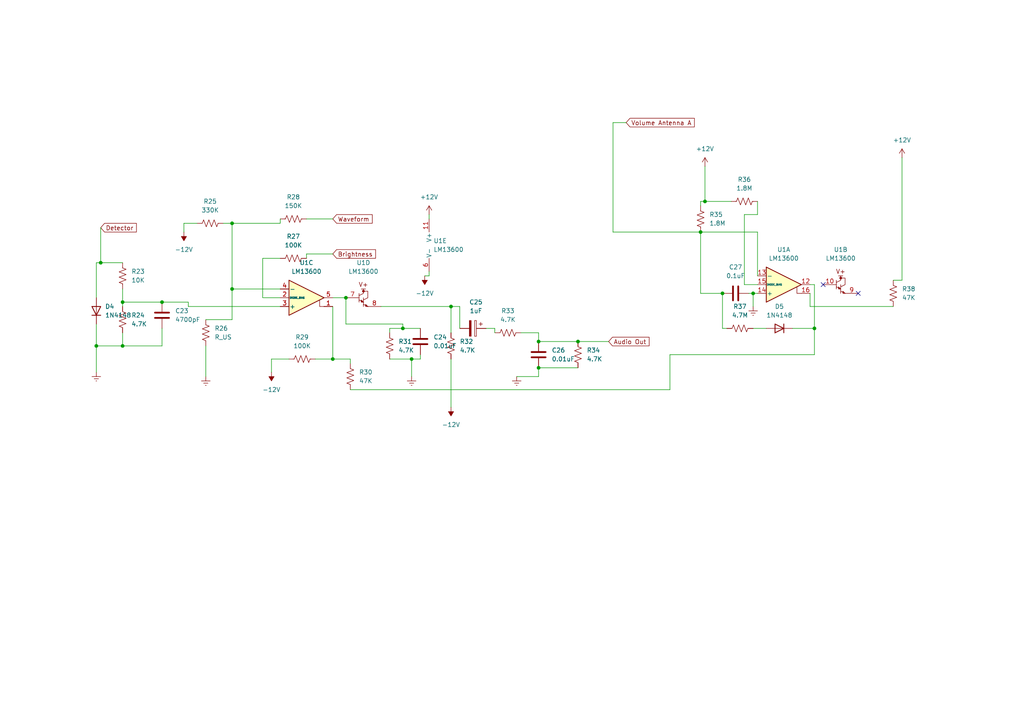
<source format=kicad_sch>
(kicad_sch (version 20230121) (generator eeschema)
  (paper "A4")
  (lib_symbols
    (symbol "Amplifier_Operational:LM13600" (pin_names (offset 0.127))
      (property "Reference" "U" (at 3.81 5.08 0))
      (property "Value" "LM13600" (at 5.08 -5.08 0))
      (symbol "LM13600_1_1"
        (polyline (pts (xy 3.81 -0.635) (xy 3.81 -2.54) (xy 5.08 -2.54)))
        (polyline (pts (xy 5.08 0) (xy -5.08 -5.08) (xy -5.08 5.08) (xy 5.08 0)) (stroke (width 0.254)) (fill (type background)))
        (pin output line (at 7.62 0 180) (length 2.54) (name "~") (number "12"))
        (pin input line (at -7.62 2.54 0) (length 2.54) (name "-") (number "13"))
        (pin input line (at -7.62 -2.54 0) (length 2.54) (name "+") (number "14"))
        (pin input line (at -7.62 0 0) (length 2.54) (name "DIODE_BIAS") (number "15"))
        (pin input line (at 7.62 -2.54 180) (length 2.54) (name "~") (number "16"))
      )
      (symbol "LM13600_2_0"
        (polyline (pts (xy -1.905 2.54) (xy -3.175 2.54)))
      )
      (symbol "LM13600_2_1"
        (circle (center -2.54 1.905) (radius 0.254) (stroke (width 0.254)) (fill (type outline)))
        (polyline (pts (xy -3.81 -0.635) (xy -2.54 -1.27)))
        (polyline (pts (xy -3.81 1.27) (xy -3.81 -1.27)))
        (polyline (pts (xy -2.54 -1.905) (xy -1.27 -2.54)))
        (polyline (pts (xy -2.54 0) (xy -2.54 -2.54)))
        (polyline (pts (xy -3.81 0.635) (xy -2.54 1.27) (xy -2.54 1.905) (xy -2.54 2.54)))
        (polyline (pts (xy -2.54 -1.27) (xy -3.175 -0.635) (xy -3.175 -1.27) (xy -2.54 -1.27)) (fill (type outline)))
        (polyline (pts (xy -2.54 -0.635) (xy -1.27 0) (xy -1.27 1.905) (xy -2.54 1.905)))
        (polyline (pts (xy -1.27 -2.54) (xy -1.905 -1.905) (xy -1.905 -2.54) (xy -1.27 -2.54)) (fill (type outline)))
        (text "V+" (at -2.54 3.81 0) (effects (font (size 1.27 1.27))))
        (pin input line (at -7.62 0 0) (length 3.81) (name "~") (number "10"))
        (pin output line (at 2.54 -2.54 180) (length 3.81) (name "~") (number "9"))
      )
      (symbol "LM13600_3_1"
        (polyline (pts (xy 3.81 -0.635) (xy 3.81 -2.54) (xy 5.08 -2.54)))
        (polyline (pts (xy 5.08 0) (xy -5.08 -5.08) (xy -5.08 5.08) (xy 5.08 0)) (stroke (width 0.254)) (fill (type background)))
        (pin input line (at 7.62 -2.54 180) (length 2.54) (name "~") (number "1"))
        (pin input line (at -7.62 0 0) (length 2.54) (name "DIODE_BIAS") (number "2"))
        (pin input line (at -7.62 -2.54 0) (length 2.54) (name "+") (number "3"))
        (pin input line (at -7.62 2.54 0) (length 2.54) (name "-") (number "4"))
        (pin output line (at 7.62 0 180) (length 2.54) (name "~") (number "5"))
      )
      (symbol "LM13600_4_0"
        (polyline (pts (xy -3.175 2.54) (xy -1.905 2.54)))
        (text "V+" (at -2.54 3.81 0) (effects (font (size 1.27 1.27))))
      )
      (symbol "LM13600_4_1"
        (circle (center -2.54 1.905) (radius 0.254) (stroke (width 0.254)) (fill (type outline)))
        (polyline (pts (xy -3.81 -0.635) (xy -2.54 -1.27)))
        (polyline (pts (xy -3.81 1.27) (xy -3.81 -1.27)))
        (polyline (pts (xy -2.54 -1.905) (xy -1.27 -2.54)))
        (polyline (pts (xy -2.54 0) (xy -2.54 -2.54)))
        (polyline (pts (xy -3.81 0.635) (xy -2.54 1.27) (xy -2.54 2.54)))
        (polyline (pts (xy -2.54 -1.27) (xy -3.175 -0.635) (xy -3.175 -1.27) (xy -2.54 -1.27)) (fill (type outline)))
        (polyline (pts (xy -2.54 -0.635) (xy -1.27 0) (xy -1.27 1.905) (xy -2.54 1.905)))
        (polyline (pts (xy -1.27 -2.54) (xy -1.905 -1.905) (xy -1.905 -2.54) (xy -1.27 -2.54)) (fill (type outline)))
        (pin input line (at -7.62 0 0) (length 3.81) (name "~") (number "7"))
        (pin output line (at 2.54 -2.54 180) (length 3.81) (name "~") (number "8"))
      )
      (symbol "LM13600_5_1"
        (pin power_in line (at -2.54 7.62 270) (length 3.81) (name "V+") (number "11"))
        (pin power_in line (at -2.54 -7.62 90) (length 3.81) (name "V-") (number "6"))
      )
    )
    (symbol "Device:C" (pin_numbers hide) (pin_names (offset 0.254))
      (property "Reference" "C" (at 0.635 2.54 0))
      (property "Value" "C" (at 0.635 -2.54 0))
      (symbol "C_0_1"
        (polyline (pts (xy -2.032 -0.762) (xy 2.032 -0.762)) (stroke (width 0.508)))
        (polyline (pts (xy -2.032 0.762) (xy 2.032 0.762)) (stroke (width 0.508)))
      )
      (symbol "C_1_1"
        (pin passive line (at 0 3.81 270) (length 2.794) (name "~") (number "1"))
        (pin passive line (at 0 -3.81 90) (length 2.794) (name "~") (number "2"))
      )
    )
    (symbol "Device:C_Polarized" (pin_numbers hide) (pin_names (offset 0.254))
      (property "Reference" "C" (at 0.635 2.54 0))
      (property "Value" "C_Polarized" (at 0.635 -2.54 0))
      (symbol "C_Polarized_0_1"
        (rectangle (start -2.286 0.508) (end 2.286 1.016))
        (polyline (pts (xy -1.778 2.286) (xy -0.762 2.286)))
        (polyline (pts (xy -1.27 2.794) (xy -1.27 1.778)))
        (rectangle (start 2.286 -0.508) (end -2.286 -1.016) (fill (type outline)))
      )
      (symbol "C_Polarized_1_1"
        (pin passive line (at 0 3.81 270) (length 2.794) (name "~") (number "1"))
        (pin passive line (at 0 -3.81 90) (length 2.794) (name "~") (number "2"))
      )
    )
    (symbol "Device:R_US" (pin_numbers hide) (pin_names (offset 0))
      (property "Reference" "R" (at 2.54 0 90))
      (property "Value" "R_US" (at -2.54 0 90))
      (symbol "R_US_0_1"
        (polyline (pts (xy 0 -2.286) (xy 0 -2.54)))
        (polyline (pts (xy 0 2.286) (xy 0 2.54)))
        (polyline (pts (xy 0 -0.762) (xy 1.016 -1.143) (xy 0 -1.524) (xy -1.016 -1.905) (xy 0 -2.286)))
        (polyline (pts (xy 0 0.762) (xy 1.016 0.381) (xy 0 0) (xy -1.016 -0.381) (xy 0 -0.762)))
        (polyline (pts (xy 0 2.286) (xy 1.016 1.905) (xy 0 1.524) (xy -1.016 1.143) (xy 0 0.762)))
      )
      (symbol "R_US_1_1"
        (pin passive line (at 0 3.81 270) (length 1.27) (name "~") (number "1"))
        (pin passive line (at 0 -3.81 90) (length 1.27) (name "~") (number "2"))
      )
    )
    (symbol "Diode:1N4148" (pin_numbers hide) (pin_names hide)
      (property "Reference" "D" (at 0 2.54 0))
      (property "Value" "1N4148" (at 0 -2.54 0))
      (symbol "1N4148_0_1"
        (polyline (pts (xy -1.27 1.27) (xy -1.27 -1.27)) (stroke (width 0.254)))
        (polyline (pts (xy 1.27 0) (xy -1.27 0)))
        (polyline (pts (xy 1.27 1.27) (xy 1.27 -1.27) (xy -1.27 0) (xy 1.27 1.27)) (stroke (width 0.254)))
      )
      (symbol "1N4148_1_1"
        (pin passive line (at -3.81 0 0) (length 2.54) (name "K") (number "1"))
        (pin passive line (at 3.81 0 180) (length 2.54) (name "A") (number "2"))
      )
    )
    (symbol "power:+12V" (power) (pin_names (offset 0))
      (property "Value" "+12V" (at 0 3.556 0))
      (symbol "+12V_0_1"
        (polyline (pts (xy -0.762 1.27) (xy 0 2.54)))
        (polyline (pts (xy 0 0) (xy 0 2.54)))
        (polyline (pts (xy 0 2.54) (xy 0.762 1.27)))
      )
      (symbol "+12V_1_1"
        (pin power_in line (at 0 0 90) (length 0) hide (name "+12V") (number "1"))
      )
    )
    (symbol "power:-12V" (power) (pin_names (offset 0))
      (property "Value" "-12V" (at 0 3.81 0))
      (symbol "-12V_0_0"
        (pin power_in line (at 0 0 90) (length 0) hide (name "-12V") (number "1"))
      )
      (symbol "-12V_0_1"
        (polyline (pts (xy 0 0) (xy 0 1.27) (xy 0.762 1.27) (xy 0 2.54) (xy -0.762 1.27) (xy 0 1.27)) (fill (type outline)))
      )
    )
    (symbol "power:Earth" (power) (pin_names (offset 0))
      (symbol "Earth_0_1"
        (polyline (pts (xy -0.635 -1.905) (xy 0.635 -1.905)))
        (polyline (pts (xy -0.127 -2.54) (xy 0.127 -2.54)))
        (polyline (pts (xy 0 -1.27) (xy 0 0)))
        (polyline (pts (xy 1.27 -1.27) (xy -1.27 -1.27)))
      )
      (symbol "Earth_1_1"
        (pin power_in line (at 0 0 270) (length 0) hide (name "Earth") (number "1"))
      )
    )
  )
  (junction (at 167.64 99.06))
  (junction (at 156.21 106.68))
  (junction (at 236.22 95.25))
  (junction (at 218.44 85.09))
  (junction (at 130.81 88.9))
  (junction (at 203.2 67.31))
  (junction (at 35.56 87.63))
  (junction (at 204.47 58.42))
  (junction (at 29.21 76.2))
  (junction (at 209.55 85.09))
  (junction (at 96.52 104.14))
  (junction (at 156.21 99.06))
  (junction (at 27.94 100.33))
  (junction (at 67.31 83.82))
  (junction (at 35.56 100.33))
  (junction (at 67.31 64.77))
  (junction (at 100.33 86.36))
  (junction (at 46.99 87.63))
  (junction (at 119.38 104.14))
  (junction (at 116.84 95.25))
  (no_connect (at 238.76 82.55))
  (no_connect (at 248.92 85.09))
  (wire (pts (xy 116.84 95.25) (xy 113.03 95.25)))
  (wire (pts (xy 167.64 99.06) (xy 176.53 99.06)))
  (wire (pts (xy 113.03 95.25) (xy 113.03 96.52)))
  (wire (pts (xy 27.94 100.33) (xy 27.94 107.95)))
  (wire (pts (xy 124.46 78.74) (xy 124.46 80.01)))
  (wire (pts (xy 218.44 95.25) (xy 222.25 95.25)))
  (wire (pts (xy 81.28 64.77) (xy 81.28 63.5)))
  (wire (pts (xy 96.52 88.9) (xy 96.52 104.14)))
  (wire (pts (xy 130.81 96.52) (xy 130.81 88.9)))
  (wire (pts (xy 121.92 95.25) (xy 116.84 95.25)))
  (wire (pts (xy 96.52 104.14) (xy 91.44 104.14)))
  (wire (pts (xy 229.87 95.25) (xy 236.22 95.25)))
  (wire (pts (xy 121.92 104.14) (xy 121.92 102.87)))
  (wire (pts (xy 116.84 93.98) (xy 116.84 95.25)))
  (wire (pts (xy 204.47 48.26) (xy 204.47 58.42)))
  (wire (pts (xy 29.21 76.2) (xy 35.56 76.2)))
  (wire (pts (xy 194.31 102.87) (xy 194.31 113.03)))
  (wire (pts (xy 219.71 80.01) (xy 219.71 67.31)))
  (wire (pts (xy 67.31 64.77) (xy 67.31 83.82)))
  (wire (pts (xy 181.61 35.56) (xy 177.8 35.56)))
  (wire (pts (xy 130.81 88.9) (xy 110.49 88.9)))
  (wire (pts (xy 177.8 67.31) (xy 203.2 67.31)))
  (wire (pts (xy 96.52 73.66) (xy 88.9 73.66)))
  (wire (pts (xy 81.28 83.82) (xy 67.31 83.82)))
  (wire (pts (xy 76.2 86.36) (xy 81.28 86.36)))
  (wire (pts (xy 96.52 104.14) (xy 101.6 104.14)))
  (wire (pts (xy 59.69 92.71) (xy 67.31 92.71)))
  (wire (pts (xy 59.69 100.33) (xy 59.69 109.22)))
  (wire (pts (xy 46.99 95.25) (xy 46.99 100.33)))
  (wire (pts (xy 64.77 64.77) (xy 67.31 64.77)))
  (wire (pts (xy 194.31 113.03) (xy 101.6 113.03)))
  (wire (pts (xy 67.31 64.77) (xy 81.28 64.77)))
  (wire (pts (xy 81.28 88.9) (xy 54.61 88.9)))
  (wire (pts (xy 67.31 83.82) (xy 67.31 92.71)))
  (wire (pts (xy 76.2 74.93) (xy 76.2 86.36)))
  (wire (pts (xy 119.38 104.14) (xy 121.92 104.14)))
  (wire (pts (xy 215.9 62.23) (xy 219.71 62.23)))
  (wire (pts (xy 156.21 106.68) (xy 167.64 106.68)))
  (wire (pts (xy 156.21 96.52) (xy 156.21 99.06)))
  (wire (pts (xy 35.56 87.63) (xy 46.99 87.63)))
  (wire (pts (xy 218.44 85.09) (xy 219.71 85.09)))
  (wire (pts (xy 35.56 96.52) (xy 35.56 100.33)))
  (wire (pts (xy 124.46 62.23) (xy 124.46 63.5)))
  (wire (pts (xy 203.2 67.31) (xy 203.2 85.09)))
  (wire (pts (xy 54.61 87.63) (xy 46.99 87.63)))
  (wire (pts (xy 204.47 58.42) (xy 203.2 58.42)))
  (wire (pts (xy 130.81 104.14) (xy 130.81 118.11)))
  (wire (pts (xy 143.51 95.25) (xy 143.51 96.52)))
  (wire (pts (xy 119.38 104.14) (xy 119.38 109.22)))
  (wire (pts (xy 124.46 80.01) (xy 123.19 80.01)))
  (wire (pts (xy 261.62 81.28) (xy 261.62 45.72)))
  (wire (pts (xy 96.52 86.36) (xy 100.33 86.36)))
  (wire (pts (xy 54.61 88.9) (xy 54.61 87.63)))
  (wire (pts (xy 113.03 104.14) (xy 119.38 104.14)))
  (wire (pts (xy 27.94 93.98) (xy 27.94 100.33)))
  (wire (pts (xy 35.56 100.33) (xy 46.99 100.33)))
  (wire (pts (xy 177.8 35.56) (xy 177.8 67.31)))
  (wire (pts (xy 236.22 82.55) (xy 236.22 95.25)))
  (wire (pts (xy 100.33 86.36) (xy 100.33 93.98)))
  (wire (pts (xy 100.33 93.98) (xy 116.84 93.98)))
  (wire (pts (xy 217.17 85.09) (xy 218.44 85.09)))
  (wire (pts (xy 88.9 63.5) (xy 96.52 63.5)))
  (wire (pts (xy 215.9 82.55) (xy 215.9 62.23)))
  (wire (pts (xy 218.44 85.09) (xy 218.44 88.9)))
  (wire (pts (xy 35.56 87.63) (xy 35.56 88.9)))
  (wire (pts (xy 219.71 82.55) (xy 215.9 82.55)))
  (wire (pts (xy 151.13 96.52) (xy 156.21 96.52)))
  (wire (pts (xy 149.86 109.22) (xy 156.21 109.22)))
  (wire (pts (xy 203.2 85.09) (xy 209.55 85.09)))
  (wire (pts (xy 219.71 67.31) (xy 203.2 67.31)))
  (wire (pts (xy 53.34 67.31) (xy 53.34 64.77)))
  (wire (pts (xy 236.22 102.87) (xy 194.31 102.87)))
  (wire (pts (xy 140.97 95.25) (xy 143.51 95.25)))
  (wire (pts (xy 78.74 104.14) (xy 83.82 104.14)))
  (wire (pts (xy 101.6 105.41) (xy 101.6 104.14)))
  (wire (pts (xy 88.9 73.66) (xy 88.9 74.93)))
  (wire (pts (xy 133.35 95.25) (xy 133.35 88.9)))
  (wire (pts (xy 203.2 58.42) (xy 203.2 59.69)))
  (wire (pts (xy 259.08 81.28) (xy 261.62 81.28)))
  (wire (pts (xy 133.35 88.9) (xy 130.81 88.9)))
  (wire (pts (xy 27.94 76.2) (xy 29.21 76.2)))
  (wire (pts (xy 27.94 76.2) (xy 27.94 86.36)))
  (wire (pts (xy 81.28 74.93) (xy 76.2 74.93)))
  (wire (pts (xy 210.82 95.25) (xy 209.55 95.25)))
  (wire (pts (xy 53.34 64.77) (xy 57.15 64.77)))
  (wire (pts (xy 219.71 62.23) (xy 219.71 58.42)))
  (wire (pts (xy 234.95 82.55) (xy 236.22 82.55)))
  (wire (pts (xy 234.95 88.9) (xy 259.08 88.9)))
  (wire (pts (xy 29.21 66.04) (xy 29.21 76.2)))
  (wire (pts (xy 35.56 100.33) (xy 27.94 100.33)))
  (wire (pts (xy 236.22 95.25) (xy 236.22 102.87)))
  (wire (pts (xy 234.95 85.09) (xy 234.95 88.9)))
  (wire (pts (xy 212.09 58.42) (xy 204.47 58.42)))
  (wire (pts (xy 156.21 99.06) (xy 167.64 99.06)))
  (wire (pts (xy 156.21 109.22) (xy 156.21 106.68)))
  (wire (pts (xy 78.74 107.95) (xy 78.74 104.14)))
  (wire (pts (xy 209.55 85.09) (xy 209.55 95.25)))
  (wire (pts (xy 35.56 83.82) (xy 35.56 87.63)))
  (global_label "Brightness" (shape input) (at 96.52 73.66 0) (property "Intersheetrefs" "${INTERSHEET_REFS}" (effects hide)))
  (global_label "Waveform" (shape input) (at 96.52 63.5 0) (property "Intersheetrefs" "${INTERSHEET_REFS}" (effects hide)))
  (global_label "Audio Out" (shape input) (at 176.53 99.06 0) (property "Intersheetrefs" "${INTERSHEET_REFS}" (effects hide)))
  (global_label "Volume Antenna A" (shape input) (at 181.61 35.56 0) (property "Intersheetrefs" "${INTERSHEET_REFS}" (effects hide)))
  (global_label "Detector" (shape input) (at 29.21 66.04 0) (property "Intersheetrefs" "${INTERSHEET_REFS}" (effects hide)))
  (symbol (lib_id "Device:R_US") (at 113.03 100.33 0) (unit 1)
    (property "Reference" "R31" (at 115.57 99.06 0) (effects (justify left)))
    (property "Value" "4.7K" (at 115.57 101.6 0) (effects (justify left)))
    (property "Footprint" "Resistor_THT:R_Axial_DIN0207_L6.3mm_D2.5mm_P10.16mm_Horizontal" (effects hide))
  )
  (symbol (lib_id "power:+12V") (at 124.46 62.23 0) (unit 1)
    (property "Reference" "#PWR028" (effects hide))
    (property "Value" "+12V" (at 124.46 57.15 0))
  )
  (symbol (lib_id "power:Earth") (at 27.94 107.95 0) (unit 1)
    (property "Reference" "#PWR022" (effects hide))
    (property "Value" "Earth" (effects hide))
  )
  (symbol (lib_id "power:-12V") (at 123.19 80.01 180) (unit 1)
    (property "Reference" "#PWR029" (effects hide))
    (property "Value" "-12V" (at 123.19 85.09 0))
  )
  (symbol (lib_id "Device:R_US") (at 85.09 63.5 270) (unit 1)
    (property "Reference" "R28" (at 85.09 57.15 90))
    (property "Value" "150K" (at 85.09 59.69 90))
    (property "Footprint" "Resistor_THT:R_Axial_DIN0207_L6.3mm_D2.5mm_P10.16mm_Horizontal" (effects hide))
  )
  (symbol (lib_id "Amplifier_Operational:LM13600") (at 127 71.12 0) (unit 5)
    (property "Reference" "U1" (at 125.73 69.85 0) (effects (justify left)))
    (property "Value" "LM13600" (at 125.73 72.39 0) (effects (justify left)))
    (property "Footprint" "Package_DIP:DIP-16_W7.62mm_LongPads" (effects hide))
    (property "Datasheet" "http://pdf.datasheetcatalog.com/datasheet/nationalsemiconductor/DS007980.PDF" (effects hide))
  )
  (symbol (lib_id "Device:R_US") (at 147.32 96.52 90) (unit 1)
    (property "Reference" "R33" (at 147.32 90.17 90))
    (property "Value" "4.7K" (at 147.32 92.71 90))
    (property "Footprint" "Resistor_THT:R_Axial_DIN0207_L6.3mm_D2.5mm_P10.16mm_Horizontal" (effects hide))
  )
  (symbol (lib_id "power:Earth") (at 59.69 109.22 0) (unit 1)
    (property "Reference" "#PWR023" (effects hide))
    (property "Value" "Earth" (effects hide))
  )
  (symbol (lib_id "Device:R_US") (at 87.63 104.14 270) (unit 1)
    (property "Reference" "R29" (at 87.63 97.79 90))
    (property "Value" "100K" (at 87.63 100.33 90))
    (property "Footprint" "Resistor_THT:R_Axial_DIN0207_L6.3mm_D2.5mm_P10.16mm_Horizontal" (effects hide))
  )
  (symbol (lib_id "Device:C") (at 46.99 91.44 0) (unit 1)
    (property "Reference" "C23" (at 50.8 90.17 0) (effects (justify left)))
    (property "Value" "4700pF" (at 50.8 92.71 0) (effects (justify left)))
    (property "Footprint" "Capacitor_THT:C_Disc_D11.0mm_W5.0mm_P7.50mm" (effects hide))
  )
  (symbol (lib_id "Device:R_US") (at 60.96 64.77 90) (unit 1)
    (property "Reference" "R25" (at 60.96 58.42 90))
    (property "Value" "330K" (at 60.96 60.96 90))
    (property "Footprint" "Resistor_THT:R_Axial_DIN0207_L6.3mm_D2.5mm_P10.16mm_Horizontal" (effects hide))
  )
  (symbol (lib_id "Diode:1N4148") (at 226.06 95.25 180) (unit 1)
    (property "Reference" "D5" (at 226.06 88.9 0))
    (property "Value" "1N4148" (at 226.06 91.44 0))
    (property "Footprint" "Diode_THT:D_DO-35_SOD27_P7.62mm_Horizontal" (effects hide))
    (property "Datasheet" "https://assets.nexperia.com/documents/data-sheet/1N4148_1N4448.pdf" (effects hide))
    (property "Sim.Device" "D" (effects hide))
    (property "Sim.Pins" "1=K 2=A" (effects hide))
  )
  (symbol (lib_id "Device:R_US") (at 59.69 96.52 180) (unit 1)
    (property "Reference" "R26" (at 62.23 95.25 0) (effects (justify right)))
    (property "Value" "R_US" (at 62.23 97.79 0) (effects (justify right)))
    (property "Footprint" "Resistor_THT:R_Axial_DIN0207_L6.3mm_D2.5mm_P10.16mm_Horizontal" (effects hide))
  )
  (symbol (lib_id "Device:R_US") (at 215.9 58.42 270) (unit 1)
    (property "Reference" "R36" (at 215.9 52.07 90))
    (property "Value" "1.8M" (at 215.9 54.61 90))
    (property "Footprint" "Resistor_THT:R_Axial_DIN0207_L6.3mm_D2.5mm_P10.16mm_Horizontal" (effects hide))
  )
  (symbol (lib_id "Device:R_US") (at 203.2 63.5 180) (unit 1)
    (property "Reference" "R35" (at 205.74 62.23 0) (effects (justify right)))
    (property "Value" "1.8M" (at 205.74 64.77 0) (effects (justify right)))
    (property "Footprint" "Resistor_THT:R_Axial_DIN0207_L6.3mm_D2.5mm_P10.16mm_Horizontal" (effects hide))
  )
  (symbol (lib_id "Device:R_US") (at 130.81 100.33 0) (unit 1)
    (property "Reference" "R32" (at 133.35 99.06 0) (effects (justify left)))
    (property "Value" "4.7K" (at 133.35 101.6 0) (effects (justify left)))
    (property "Footprint" "Resistor_THT:R_Axial_DIN0207_L6.3mm_D2.5mm_P10.16mm_Horizontal" (effects hide))
  )
  (symbol (lib_id "Device:R_US") (at 167.64 102.87 180) (unit 1)
    (property "Reference" "R34" (at 170.18 101.6 0) (effects (justify right)))
    (property "Value" "4.7K" (at 170.18 104.14 0) (effects (justify right)))
    (property "Footprint" "Resistor_THT:R_Axial_DIN0207_L6.3mm_D2.5mm_P10.16mm_Horizontal" (effects hide))
  )
  (symbol (lib_id "Amplifier_Operational:LM13600") (at 107.95 86.36 0) (unit 4)
    (property "Reference" "U1" (at 105.41 76.2 0))
    (property "Value" "LM13600" (at 105.41 78.74 0))
    (property "Footprint" "Package_DIP:DIP-16_W7.62mm_LongPads" (effects hide))
    (property "Datasheet" "http://pdf.datasheetcatalog.com/datasheet/nationalsemiconductor/DS007980.PDF" (effects hide))
  )
  (symbol (lib_id "power:Earth") (at 149.86 109.22 0) (unit 1)
    (property "Reference" "#PWR025" (effects hide))
    (property "Value" "Earth" (effects hide))
  )
  (symbol (lib_id "Device:C_Polarized") (at 137.16 95.25 270) (unit 1)
    (property "Reference" "C25" (at 138.049 87.63 90))
    (property "Value" "1uF" (at 138.049 90.17 90))
    (property "Footprint" "Capacitor_THT:CP_Radial_D10.0mm_P3.80mm" (effects hide))
  )
  (symbol (lib_id "power:Earth") (at 119.38 109.22 0) (unit 1)
    (property "Reference" "#PWR024" (effects hide))
    (property "Value" "Earth" (effects hide))
  )
  (symbol (lib_id "Device:C") (at 156.21 102.87 0) (unit 1)
    (property "Reference" "C26" (at 160.02 101.6 0) (effects (justify left)))
    (property "Value" "0.01uF" (at 160.02 104.14 0) (effects (justify left)))
    (property "Footprint" "Capacitor_THT:C_Disc_D11.0mm_W5.0mm_P7.50mm" (effects hide))
  )
  (symbol (lib_id "power:-12V") (at 130.81 118.11 180) (unit 1)
    (property "Reference" "#PWR019" (effects hide))
    (property "Value" "-12V" (at 130.81 123.19 0))
  )
  (symbol (lib_id "power:Earth") (at 218.44 88.9 0) (unit 1)
    (property "Reference" "#PWR030" (effects hide))
    (property "Value" "Earth" (effects hide))
  )
  (symbol (lib_id "Amplifier_Operational:LM13600") (at 227.33 82.55 0) (unit 1)
    (property "Reference" "U1" (at 227.33 72.39 0))
    (property "Value" "LM13600" (at 227.33 74.93 0))
    (property "Footprint" "Package_DIP:DIP-16_W7.62mm_LongPads" (effects hide))
    (property "Datasheet" "http://pdf.datasheetcatalog.com/datasheet/nationalsemiconductor/DS007980.PDF" (effects hide))
  )
  (symbol (lib_id "Device:R_US") (at 35.56 92.71 0) (unit 1)
    (property "Reference" "R24" (at 38.1 91.44 0) (effects (justify left)))
    (property "Value" "4.7K" (at 38.1 93.98 0) (effects (justify left)))
    (property "Footprint" "Resistor_THT:R_Axial_DIN0207_L6.3mm_D2.5mm_P10.16mm_Horizontal" (effects hide))
  )
  (symbol (lib_id "Amplifier_Operational:LM13600") (at 246.38 82.55 0) (unit 2)
    (property "Reference" "U1" (at 243.84 72.39 0))
    (property "Value" "LM13600" (at 243.84 74.93 0))
    (property "Footprint" "Package_DIP:DIP-16_W7.62mm_LongPads" (effects hide))
    (property "Datasheet" "http://pdf.datasheetcatalog.com/datasheet/nationalsemiconductor/DS007980.PDF" (effects hide))
  )
  (symbol (lib_id "Device:R_US") (at 85.09 74.93 270) (unit 1)
    (property "Reference" "R27" (at 85.09 68.58 90))
    (property "Value" "100K" (at 85.09 71.12 90))
    (property "Footprint" "Resistor_THT:R_Axial_DIN0207_L6.3mm_D2.5mm_P10.16mm_Horizontal" (effects hide))
  )
  (symbol (lib_id "Device:R_US") (at 259.08 85.09 0) (unit 1)
    (property "Reference" "R38" (at 261.62 83.82 0) (effects (justify left)))
    (property "Value" "47K" (at 261.62 86.36 0) (effects (justify left)))
    (property "Footprint" "Resistor_THT:R_Axial_DIN0207_L6.3mm_D2.5mm_P10.16mm_Horizontal" (effects hide))
  )
  (symbol (lib_id "Device:C") (at 121.92 99.06 0) (unit 1)
    (property "Reference" "C24" (at 125.73 97.79 0) (effects (justify left)))
    (property "Value" "0.01uF" (at 125.73 100.33 0) (effects (justify left)))
    (property "Footprint" "Capacitor_THT:C_Disc_D11.0mm_W5.0mm_P7.50mm" (effects hide))
  )
  (symbol (lib_id "power:-12V") (at 78.74 107.95 180) (unit 1)
    (property "Reference" "#PWR026" (effects hide))
    (property "Value" "-12V" (at 78.74 113.03 0))
  )
  (symbol (lib_id "power:-12V") (at 53.34 67.31 180) (unit 1)
    (property "Reference" "#PWR027" (effects hide))
    (property "Value" "-12V" (at 53.34 72.39 0))
  )
  (symbol (lib_id "Diode:1N4148") (at 27.94 90.17 90) (unit 1)
    (property "Reference" "D4" (at 30.48 88.9 90) (effects (justify right)))
    (property "Value" "1N4148" (at 30.48 91.44 90) (effects (justify right)))
    (property "Footprint" "Diode_THT:D_DO-35_SOD27_P7.62mm_Horizontal" (effects hide))
    (property "Datasheet" "https://assets.nexperia.com/documents/data-sheet/1N4148_1N4448.pdf" (effects hide))
    (property "Sim.Device" "D" (effects hide))
    (property "Sim.Pins" "1=K 2=A" (effects hide))
  )
  (symbol (lib_id "Device:R_US") (at 214.63 95.25 270) (unit 1)
    (property "Reference" "R37" (at 214.63 88.9 90))
    (property "Value" "4.7M" (at 214.63 91.44 90))
    (property "Footprint" "Resistor_THT:R_Axial_DIN0207_L6.3mm_D2.5mm_P10.16mm_Horizontal" (effects hide))
  )
  (symbol (lib_id "power:+12V") (at 204.47 48.26 0) (unit 1)
    (property "Reference" "#PWR020" (effects hide))
    (property "Value" "+12V" (at 204.47 43.18 0))
  )
  (symbol (lib_id "Amplifier_Operational:LM13600") (at 88.9 86.36 0) (unit 3)
    (property "Reference" "U1" (at 88.9 76.2 0))
    (property "Value" "LM13600" (at 88.9 78.74 0))
    (property "Footprint" "Package_DIP:DIP-16_W7.62mm_LongPads" (effects hide))
    (property "Datasheet" "http://pdf.datasheetcatalog.com/datasheet/nationalsemiconductor/DS007980.PDF" (effects hide))
  )
  (symbol (lib_id "power:+12V") (at 261.62 45.72 0) (unit 1)
    (property "Reference" "#PWR021" (effects hide))
    (property "Value" "+12V" (at 261.62 40.64 0))
  )
  (symbol (lib_id "Device:R_US") (at 101.6 109.22 0) (unit 1)
    (property "Reference" "R30" (at 104.14 107.95 0) (effects (justify left)))
    (property "Value" "47K" (at 104.14 110.49 0) (effects (justify left)))
    (property "Footprint" "Resistor_THT:R_Axial_DIN0207_L6.3mm_D2.5mm_P10.16mm_Horizontal" (effects hide))
  )
  (symbol (lib_id "Device:R_US") (at 35.56 80.01 0) (unit 1)
    (property "Reference" "R23" (at 38.1 78.74 0) (effects (justify left)))
    (property "Value" "10K" (at 38.1 81.28 0) (effects (justify left)))
    (property "Footprint" "Resistor_THT:R_Axial_DIN0207_L6.3mm_D2.5mm_P10.16mm_Horizontal" (effects hide))
  )
  (symbol (lib_id "Device:C") (at 213.36 85.09 90) (unit 1)
    (property "Reference" "C27" (at 213.36 77.47 90))
    (property "Value" "0.1uF" (at 213.36 80.01 90))
    (property "Footprint" "Capacitor_THT:C_Disc_D11.0mm_W5.0mm_P7.50mm" (effects hide))
  )
)
</source>
